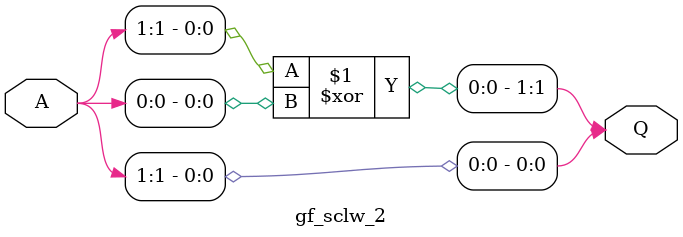
<source format=v>
`timescale 1 ns / 1 ns  // time-unit = 1 ns, precision = 1 ns

module gf_sclw_2 (
        input   wire    [1:0]   A,
        output  wire    [1:0]   Q
    );

    assign Q = {(A[1] ^ A[0]), A[1]};

endmodule // gf_sclw_2
</source>
